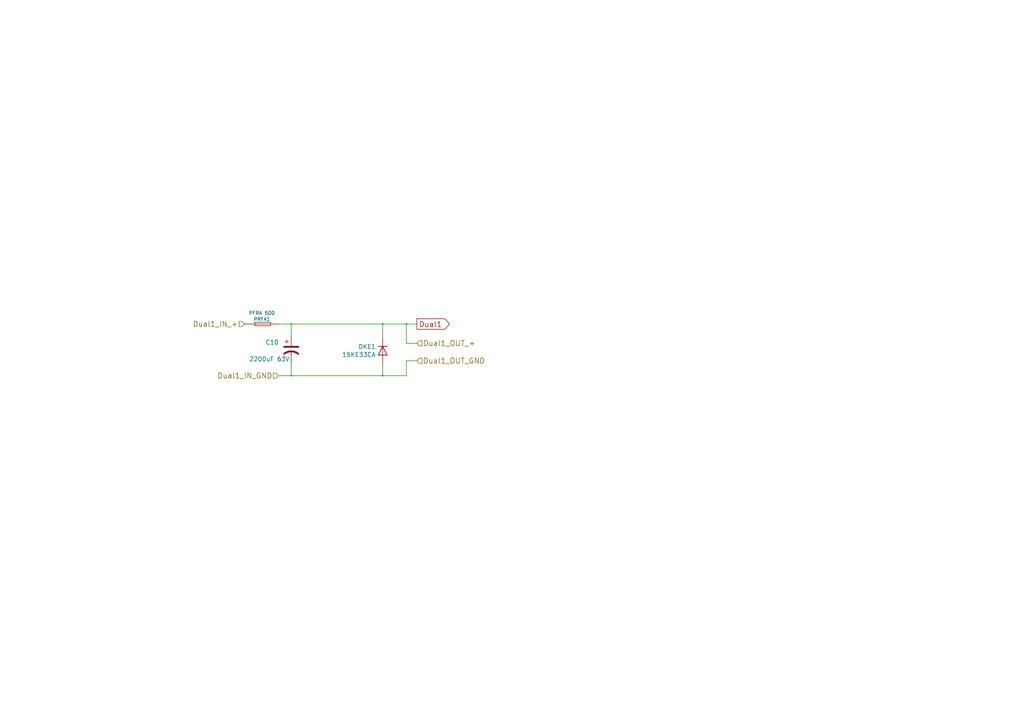
<source format=kicad_sch>
(kicad_sch (version 20201015) (generator eeschema)
  (page 1 35)
  (paper "A4")
  (title_block (title "Ardumower shield SVN Version") (date "2020-07-06") (rev "1.4") (company "ML AG JL UZ"))
  (lib_symbols
    (symbol "ardumower-mega-shield-svn-rescue:CP1-RESCUE-ardumower_mega_shield_svn" (pin_numbers hide) (pin_names (offset 0.254) hide)
      (property "Referenz" "C" (at 0.635 2.54 0))
      (property "Wert" "CP1-RESCUE-ardumower_mega_shield_svn" (at 0.635 -2.54 0))
      (symbol "CP1-RESCUE-ardumower_mega_shield_svn_0_1"
        (arc (start -2.032 -1.27) (end 2.032 -1.27) (radius (at 0 -3.81) (length 3.2512) (angles 128.7 51.3)) (stroke (width 0.508)))
        (polyline (pts (xy -2.032 0.762) (xy 2.032 0.762)) (stroke (width 0.508)))
        (polyline (pts (xy -1.778 2.286) (xy -0.762 2.286)))
        (polyline (pts (xy -1.27 1.778) (xy -1.27 2.794)))
      )
      (symbol "CP1-RESCUE-ardumower_mega_shield_svn_1_1"
        (pin passive line (at 0 3.81 270) (length 2.794) (name "~") (number "1"))
        (pin passive line (at 0 -3.81 90) (length 3.302) (name "~") (number "2"))
      )
    )
    (symbol "ardumower-mega-shield-svn-rescue:D-RESCUE-ardumower_mega_shield_svn" (pin_numbers hide) (pin_names hide)
      (property "Referenz" "D" (at 0 2.54 0))
      (property "Wert" "D-RESCUE-ardumower_mega_shield_svn" (at 0 -2.54 0))
      (symbol "D-RESCUE-ardumower_mega_shield_svn_0_1"
        (polyline (pts (xy -1.27 1.27) (xy -1.27 -1.27)) (stroke (width 0.2032)))
        (polyline (pts (xy 1.27 0) (xy -1.27 0)))
        (polyline (pts (xy 1.27 1.27) (xy 1.27 -1.27) (xy -1.27 0) (xy 1.27 1.27)) (stroke (width 0.2032)))
      )
      (symbol "D-RESCUE-ardumower_mega_shield_svn_1_1"
        (pin passive line (at -3.81 0 0) (length 2.54) (name "K") (number "1"))
        (pin passive line (at 3.81 0 180) (length 2.54) (name "A") (number "2"))
      )
    )
    (symbol "ardumower-mega-shield-svn-rescue:F_10A-RESCUE-ardumower_mega_shield_svn" (pin_numbers hide) (pin_names (offset 0.254))
      (property "Referenz" "EF" (at -4.572 2.032 0))
      (property "Wert" "F_10A-RESCUE-ardumower_mega_shield_svn" (at -2.54 -2.032 0))
      (symbol "F_10A-RESCUE-ardumower_mega_shield_svn_0_1"
        (polyline (pts (xy 2.032 0) (xy -2.54 0) (xy -2.54 0) (xy -2.54 0)))
        (polyline (pts (xy -2.54 0.508) (xy -2.54 -0.508) (xy 2.032 -0.508) (xy 2.032 0.508) (xy -2.54 0.508) (xy -2.54 0.508)))
      )
      (symbol "F_10A-RESCUE-ardumower_mega_shield_svn_1_1"
        (pin power_in line (at 5.08 0 180) (length 3.048) (name "~") (number "1"))
        (pin power_out line (at -5.08 0 0) (length 2.54) (name "~") (number "2"))
      )
    )
  )
  (junction (at 84.455 93.98) (diameter 0.3048))
  (junction (at 84.455 108.966) (diameter 0.3048))
  (junction (at 110.998 93.98) (diameter 0.3048))
  (junction (at 110.998 108.966) (diameter 0.3048))
  (junction (at 117.856 93.98) (diameter 0.3048))
  (wire (pts (xy 80.772 108.966) (xy 84.455 108.966)))
  (wire (pts (xy 81.026 93.98) (xy 84.455 93.98)))
  (wire (pts (xy 84.455 93.98) (xy 84.455 97.536)))
  (wire (pts (xy 84.455 93.98) (xy 110.998 93.98)))
  (wire (pts (xy 84.455 105.156) (xy 84.455 108.966)))
  (wire (pts (xy 84.455 108.966) (xy 110.998 108.966)))
  (wire (pts (xy 110.998 93.98) (xy 117.856 93.98)))
  (wire (pts (xy 110.998 97.917) (xy 110.998 93.98)))
  (wire (pts (xy 110.998 108.966) (xy 110.998 105.537)))
  (wire (pts (xy 110.998 108.966) (xy 117.856 108.966)))
  (wire (pts (xy 117.856 93.98) (xy 120.904 93.98)))
  (wire (pts (xy 117.856 99.568) (xy 117.856 93.98)))
  (wire (pts (xy 117.856 104.648) (xy 117.856 108.966)))
  (wire (pts (xy 120.904 99.568) (xy 117.856 99.568)))
  (wire (pts (xy 120.904 104.648) (xy 117.856 104.648)))
  (global_label "Dual1" (shape output) (at 120.904 93.98 0) (effects (font (size 1.524 1.524))))
  (hierarchical_label "Dual1_IN_+" (shape input) (at 70.866 93.98 180) (effects (font (size 1.524 1.524))))
  (hierarchical_label "Dual1_IN_GND" (shape input) (at 80.772 108.966 180) (effects (font (size 1.524 1.524))))
  (hierarchical_label "Dual1_OUT_+" (shape input) (at 120.904 99.568 0) (effects (font (size 1.524 1.524))))
  (hierarchical_label "Dual1_OUT_GND" (shape input) (at 120.904 104.648 0) (effects (font (size 1.524 1.524))))
  (symbol (lib_id "ardumower-mega-shield-svn-rescue:F_10A-RESCUE-ardumower_mega_shield_svn") (at 75.946 93.98 180) (unit 1)
    (property "Reference" "PRFA1" (at 75.946 92.583 0) (effects (font (size 1.016 1.016))))
    (property "Value" "PFRA 500" (at 75.946 90.805 0) (effects (font (size 1.016 1.016))))
    (property "Footprint" "Zimprich:PRFA_500" (effects hide))
  )
  (symbol (lib_id "ardumower-mega-shield-svn-rescue:D-RESCUE-ardumower_mega_shield_svn") (at 110.998 101.727 270) (unit 1)
    (property "Reference" "DKE1" (at 109.0168 100.5586 90) (effects (justify right)))
    (property "Value" "15KE33CA" (at 109.0168 102.87 90) (effects (justify right)))
    (property "Footprint" "Zimprich:Diode_liegend_BY500_1000_RM15" (effects hide))
    (property "Datasheet" "-" (effects hide))
    (property "Gehäuseart" "DO-214AA" (effects hide))
    (property "Bestelllink" "https://www.reichelt.de/Ueberspannungs-schutzdioden/1-5KE-33CA/3/index.html?ACTION=3&LA=446&ARTICLE=41873&GROUPID=3000&artnr=1%2C5KE+33CA&SEARCH=15KE33CA" (effects hide))
    (property "Technische Daten" "Value" (effects hide))
    (property "Bestellnummer" "R:1,5KE 33CA" (effects hide))
    (property "Bauform" "Value" (effects hide))
    (property "Funktion" "Value" (effects hide))
    (property "Hersteller" "Value" (effects hide))
    (property "Hersteller Bestellnummer" "Value" (effects hide))
  )
  (symbol (lib_id "ardumower-mega-shield-svn-rescue:CP1-RESCUE-ardumower_mega_shield_svn") (at 84.455 101.346 0) (unit 1)
    (property "Reference" "C10" (at 76.962 99.314 0) (effects (justify left)))
    (property "Value" "2200uF 63V" (at 72.263 104.14 0) (effects (justify left)))
    (property "Footprint" "Capacitors_ThroughHole:C_Radial_D18_L36_P7.5" (effects hide))
    (property "Bestellnummer" "Value" (effects hide))
    (property "Bestelllink" "Value" (effects hide))
  )
)
</source>
